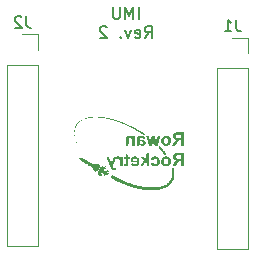
<source format=gbr>
%TF.GenerationSoftware,KiCad,Pcbnew,9.0.0*%
%TF.CreationDate,2025-04-04T04:48:51-04:00*%
%TF.ProjectId,IMU,494d552e-6b69-4636-9164-5f7063625858,rev?*%
%TF.SameCoordinates,Original*%
%TF.FileFunction,Legend,Bot*%
%TF.FilePolarity,Positive*%
%FSLAX46Y46*%
G04 Gerber Fmt 4.6, Leading zero omitted, Abs format (unit mm)*
G04 Created by KiCad (PCBNEW 9.0.0) date 2025-04-04 04:48:51*
%MOMM*%
%LPD*%
G01*
G04 APERTURE LIST*
%ADD10C,0.200000*%
%ADD11C,0.150000*%
%ADD12C,0.000000*%
%ADD13C,0.120000*%
G04 APERTURE END LIST*
D10*
X133820237Y-88406275D02*
X133820237Y-87406275D01*
X133344047Y-88406275D02*
X133344047Y-87406275D01*
X133344047Y-87406275D02*
X133010714Y-88120560D01*
X133010714Y-88120560D02*
X132677381Y-87406275D01*
X132677381Y-87406275D02*
X132677381Y-88406275D01*
X132201190Y-87406275D02*
X132201190Y-88215798D01*
X132201190Y-88215798D02*
X132153571Y-88311036D01*
X132153571Y-88311036D02*
X132105952Y-88358656D01*
X132105952Y-88358656D02*
X132010714Y-88406275D01*
X132010714Y-88406275D02*
X131820238Y-88406275D01*
X131820238Y-88406275D02*
X131725000Y-88358656D01*
X131725000Y-88358656D02*
X131677381Y-88311036D01*
X131677381Y-88311036D02*
X131629762Y-88215798D01*
X131629762Y-88215798D02*
X131629762Y-87406275D01*
X134320238Y-90016219D02*
X134653571Y-89540028D01*
X134891666Y-90016219D02*
X134891666Y-89016219D01*
X134891666Y-89016219D02*
X134510714Y-89016219D01*
X134510714Y-89016219D02*
X134415476Y-89063838D01*
X134415476Y-89063838D02*
X134367857Y-89111457D01*
X134367857Y-89111457D02*
X134320238Y-89206695D01*
X134320238Y-89206695D02*
X134320238Y-89349552D01*
X134320238Y-89349552D02*
X134367857Y-89444790D01*
X134367857Y-89444790D02*
X134415476Y-89492409D01*
X134415476Y-89492409D02*
X134510714Y-89540028D01*
X134510714Y-89540028D02*
X134891666Y-89540028D01*
X133510714Y-89968600D02*
X133605952Y-90016219D01*
X133605952Y-90016219D02*
X133796428Y-90016219D01*
X133796428Y-90016219D02*
X133891666Y-89968600D01*
X133891666Y-89968600D02*
X133939285Y-89873361D01*
X133939285Y-89873361D02*
X133939285Y-89492409D01*
X133939285Y-89492409D02*
X133891666Y-89397171D01*
X133891666Y-89397171D02*
X133796428Y-89349552D01*
X133796428Y-89349552D02*
X133605952Y-89349552D01*
X133605952Y-89349552D02*
X133510714Y-89397171D01*
X133510714Y-89397171D02*
X133463095Y-89492409D01*
X133463095Y-89492409D02*
X133463095Y-89587647D01*
X133463095Y-89587647D02*
X133939285Y-89682885D01*
X133129761Y-89349552D02*
X132891666Y-90016219D01*
X132891666Y-90016219D02*
X132653571Y-89349552D01*
X132272618Y-89920980D02*
X132224999Y-89968600D01*
X132224999Y-89968600D02*
X132272618Y-90016219D01*
X132272618Y-90016219D02*
X132320237Y-89968600D01*
X132320237Y-89968600D02*
X132272618Y-89920980D01*
X132272618Y-89920980D02*
X132272618Y-90016219D01*
X131082142Y-89111457D02*
X131034523Y-89063838D01*
X131034523Y-89063838D02*
X130939285Y-89016219D01*
X130939285Y-89016219D02*
X130701190Y-89016219D01*
X130701190Y-89016219D02*
X130605952Y-89063838D01*
X130605952Y-89063838D02*
X130558333Y-89111457D01*
X130558333Y-89111457D02*
X130510714Y-89206695D01*
X130510714Y-89206695D02*
X130510714Y-89301933D01*
X130510714Y-89301933D02*
X130558333Y-89444790D01*
X130558333Y-89444790D02*
X131129761Y-90016219D01*
X131129761Y-90016219D02*
X130510714Y-90016219D01*
D11*
X124295333Y-88162819D02*
X124295333Y-88877104D01*
X124295333Y-88877104D02*
X124342952Y-89019961D01*
X124342952Y-89019961D02*
X124438190Y-89115200D01*
X124438190Y-89115200D02*
X124581047Y-89162819D01*
X124581047Y-89162819D02*
X124676285Y-89162819D01*
X123866761Y-88258057D02*
X123819142Y-88210438D01*
X123819142Y-88210438D02*
X123723904Y-88162819D01*
X123723904Y-88162819D02*
X123485809Y-88162819D01*
X123485809Y-88162819D02*
X123390571Y-88210438D01*
X123390571Y-88210438D02*
X123342952Y-88258057D01*
X123342952Y-88258057D02*
X123295333Y-88353295D01*
X123295333Y-88353295D02*
X123295333Y-88448533D01*
X123295333Y-88448533D02*
X123342952Y-88591390D01*
X123342952Y-88591390D02*
X123914380Y-89162819D01*
X123914380Y-89162819D02*
X123295333Y-89162819D01*
X142075333Y-88452819D02*
X142075333Y-89167104D01*
X142075333Y-89167104D02*
X142122952Y-89309961D01*
X142122952Y-89309961D02*
X142218190Y-89405200D01*
X142218190Y-89405200D02*
X142361047Y-89452819D01*
X142361047Y-89452819D02*
X142456285Y-89452819D01*
X141075333Y-89452819D02*
X141646761Y-89452819D01*
X141361047Y-89452819D02*
X141361047Y-88452819D01*
X141361047Y-88452819D02*
X141456285Y-88595676D01*
X141456285Y-88595676D02*
X141551523Y-88690914D01*
X141551523Y-88690914D02*
X141646761Y-88738533D01*
D12*
%TO.C,G\u002A\u002A\u002A*%
G36*
X128518998Y-98799751D02*
G01*
X128524173Y-98808819D01*
X128532952Y-98826274D01*
X128544407Y-98850243D01*
X128557611Y-98878849D01*
X128563960Y-98892951D01*
X128575699Y-98919829D01*
X128584630Y-98941406D01*
X128589973Y-98955760D01*
X128590946Y-98960967D01*
X128590526Y-98960726D01*
X128585968Y-98953470D01*
X128578002Y-98937898D01*
X128567715Y-98916425D01*
X128556192Y-98891466D01*
X128544521Y-98865436D01*
X128533787Y-98840752D01*
X128525077Y-98819828D01*
X128519477Y-98805080D01*
X128518072Y-98798923D01*
X128518998Y-98799751D01*
G37*
G36*
X135662993Y-99252000D02*
G01*
X135691969Y-99282036D01*
X135727812Y-99319284D01*
X135757745Y-99350586D01*
X135783299Y-99377613D01*
X135806006Y-99402033D01*
X135827397Y-99425514D01*
X135849003Y-99449725D01*
X135872357Y-99476336D01*
X135898988Y-99507016D01*
X135930430Y-99543432D01*
X135935282Y-99549060D01*
X135960301Y-99578146D01*
X135981486Y-99602992D01*
X136000236Y-99625344D01*
X136017953Y-99646949D01*
X136036036Y-99669554D01*
X136055887Y-99694905D01*
X136078905Y-99724749D01*
X136106492Y-99760834D01*
X136140046Y-99804906D01*
X136227111Y-99919362D01*
X136124302Y-99919362D01*
X136021494Y-99919362D01*
X135952692Y-99827916D01*
X135944385Y-99816911D01*
X135884829Y-99740039D01*
X135821630Y-99662020D01*
X135753641Y-99581520D01*
X135679717Y-99497202D01*
X135598712Y-99407733D01*
X135509478Y-99311777D01*
X135500611Y-99302337D01*
X135478158Y-99278135D01*
X135462909Y-99260896D01*
X135453894Y-99249247D01*
X135450142Y-99241815D01*
X135450681Y-99237226D01*
X135454539Y-99234107D01*
X135458287Y-99231916D01*
X135482256Y-99211277D01*
X135502789Y-99182588D01*
X135517216Y-99149456D01*
X135528512Y-99112660D01*
X135662993Y-99252000D01*
G37*
G36*
X134682101Y-100316142D02*
G01*
X134682101Y-100877737D01*
X134572223Y-100877737D01*
X134462346Y-100877737D01*
X134462052Y-100744969D01*
X134461758Y-100612200D01*
X134414636Y-100561715D01*
X134367514Y-100511230D01*
X134266901Y-100694299D01*
X134166287Y-100877369D01*
X134048565Y-100877553D01*
X134042990Y-100877561D01*
X134003775Y-100877539D01*
X133975077Y-100877260D01*
X133955391Y-100876581D01*
X133943209Y-100875363D01*
X133937025Y-100873463D01*
X133935333Y-100870741D01*
X133936625Y-100867055D01*
X133940031Y-100860995D01*
X133949038Y-100845138D01*
X133962922Y-100820765D01*
X133981055Y-100788976D01*
X134002808Y-100750871D01*
X134027555Y-100707551D01*
X134054667Y-100660116D01*
X134083515Y-100609666D01*
X134109815Y-100563545D01*
X134136588Y-100516286D01*
X134160805Y-100473215D01*
X134181878Y-100435397D01*
X134199217Y-100403897D01*
X134212231Y-100379781D01*
X134220330Y-100364114D01*
X134222925Y-100357960D01*
X134221037Y-100355436D01*
X134211868Y-100344827D01*
X134195993Y-100327068D01*
X134174403Y-100303250D01*
X134148089Y-100274466D01*
X134118041Y-100241805D01*
X134085253Y-100206360D01*
X133949280Y-100059761D01*
X134083523Y-100059761D01*
X134217766Y-100059761D01*
X134338530Y-100198085D01*
X134459294Y-100336409D01*
X134460879Y-100045478D01*
X134462464Y-99754546D01*
X134572282Y-99754546D01*
X134682101Y-99754546D01*
X134682101Y-100316142D01*
G37*
G36*
X133021538Y-98290327D02*
G01*
X133076188Y-98298167D01*
X133125611Y-98315124D01*
X133172217Y-98342174D01*
X133218414Y-98380291D01*
X133259798Y-98419183D01*
X133259798Y-98363504D01*
X133259798Y-98307826D01*
X133360519Y-98307826D01*
X133461240Y-98307826D01*
X133461240Y-98716815D01*
X133461240Y-99125803D01*
X133351766Y-99125803D01*
X133242291Y-99125803D01*
X133240064Y-98858740D01*
X133239537Y-98799855D01*
X133238928Y-98744493D01*
X133238248Y-98699134D01*
X133237448Y-98662613D01*
X133236476Y-98633765D01*
X133235283Y-98611427D01*
X133233817Y-98594432D01*
X133232029Y-98581617D01*
X133229867Y-98571816D01*
X133227282Y-98563865D01*
X133215904Y-98539685D01*
X133189714Y-98505321D01*
X133155879Y-98479610D01*
X133115827Y-98463521D01*
X133070986Y-98458019D01*
X133048266Y-98458901D01*
X133023556Y-98463761D01*
X133002516Y-98474526D01*
X132980359Y-98493047D01*
X132980250Y-98493151D01*
X132971526Y-98501832D01*
X132964181Y-98510689D01*
X132958083Y-98520816D01*
X132953101Y-98533306D01*
X132949106Y-98549254D01*
X132945966Y-98569753D01*
X132943551Y-98595898D01*
X132941730Y-98628781D01*
X132940373Y-98669497D01*
X132939348Y-98719141D01*
X132938526Y-98778805D01*
X132937775Y-98849583D01*
X132935042Y-99125803D01*
X132828831Y-99125803D01*
X132722620Y-99125803D01*
X132722620Y-98824761D01*
X132722762Y-98747952D01*
X132723192Y-98678808D01*
X132723900Y-98619262D01*
X132724875Y-98569837D01*
X132726107Y-98531054D01*
X132727586Y-98503434D01*
X132729301Y-98487498D01*
X132738764Y-98450711D01*
X132760651Y-98403379D01*
X132791639Y-98363618D01*
X132831112Y-98331889D01*
X132878451Y-98308655D01*
X132933040Y-98294376D01*
X132994261Y-98289513D01*
X133021538Y-98290327D01*
G37*
G36*
X132714714Y-99772983D02*
G01*
X132722810Y-99777089D01*
X132739427Y-99786321D01*
X132762928Y-99799744D01*
X132791672Y-99816425D01*
X132824021Y-99835428D01*
X132929931Y-99897997D01*
X132930049Y-99978879D01*
X132930166Y-100059761D01*
X132979000Y-100059761D01*
X133027835Y-100059761D01*
X133027835Y-100142169D01*
X133027835Y-100224577D01*
X132979000Y-100224577D01*
X132930166Y-100224577D01*
X132930166Y-100467916D01*
X132930166Y-100468417D01*
X132930006Y-100526336D01*
X132929553Y-100580397D01*
X132928837Y-100629210D01*
X132927891Y-100671382D01*
X132926744Y-100705522D01*
X132925429Y-100730237D01*
X132923976Y-100744136D01*
X132919371Y-100764702D01*
X132903520Y-100806800D01*
X132880027Y-100840061D01*
X132847926Y-100865637D01*
X132806250Y-100884683D01*
X132779568Y-100891256D01*
X132739967Y-100895454D01*
X132695853Y-100895591D01*
X132651044Y-100891687D01*
X132609362Y-100883758D01*
X132603053Y-100882109D01*
X132580798Y-100875695D01*
X132563930Y-100869918D01*
X132555695Y-100865862D01*
X132554251Y-100860240D01*
X132553845Y-100844932D01*
X132554698Y-100822892D01*
X132556551Y-100796826D01*
X132559141Y-100769435D01*
X132562207Y-100743425D01*
X132565488Y-100721498D01*
X132568723Y-100706360D01*
X132571650Y-100700713D01*
X132578301Y-100701758D01*
X132593846Y-100705199D01*
X132614051Y-100710208D01*
X132631549Y-100714109D01*
X132660180Y-100716179D01*
X132681785Y-100710362D01*
X132698128Y-100696369D01*
X132698668Y-100695675D01*
X132701739Y-100691138D01*
X132704223Y-100685500D01*
X132706181Y-100677527D01*
X132707677Y-100665985D01*
X132708771Y-100649639D01*
X132709528Y-100627256D01*
X132710007Y-100597602D01*
X132710273Y-100559441D01*
X132710387Y-100511540D01*
X132710411Y-100452665D01*
X132710411Y-100224577D01*
X132637160Y-100224577D01*
X132563908Y-100224577D01*
X132563908Y-100142169D01*
X132563908Y-100059761D01*
X132637160Y-100059761D01*
X132710411Y-100059761D01*
X132710411Y-99916310D01*
X132710475Y-99890343D01*
X132710815Y-99852544D01*
X132711409Y-99820210D01*
X132712211Y-99795028D01*
X132713177Y-99778682D01*
X132714261Y-99772859D01*
X132714714Y-99772983D01*
G37*
G36*
X136538655Y-98767998D02*
G01*
X136534092Y-98815765D01*
X136525881Y-98857428D01*
X136513427Y-98895975D01*
X136496132Y-98934393D01*
X136489011Y-98947730D01*
X136452327Y-99000832D01*
X136406383Y-99046942D01*
X136352306Y-99085229D01*
X136291225Y-99114858D01*
X136224267Y-99134999D01*
X136223251Y-99135217D01*
X136188170Y-99140307D01*
X136146032Y-99142879D01*
X136101567Y-99142923D01*
X136059506Y-99140431D01*
X136024578Y-99135393D01*
X135980263Y-99123084D01*
X135919769Y-99096084D01*
X135864636Y-99059186D01*
X135815929Y-99013442D01*
X135774716Y-98959906D01*
X135742063Y-98899632D01*
X135719037Y-98833672D01*
X135711410Y-98792855D01*
X135707230Y-98744658D01*
X135706937Y-98720185D01*
X135929295Y-98720185D01*
X135934021Y-98776154D01*
X135946110Y-98829663D01*
X135961008Y-98863856D01*
X135985397Y-98898727D01*
X136015529Y-98927786D01*
X136048628Y-98947836D01*
X136079438Y-98958356D01*
X136125249Y-98964334D01*
X136169434Y-98959163D01*
X136210549Y-98943463D01*
X136247153Y-98917853D01*
X136277801Y-98882954D01*
X136301052Y-98839385D01*
X136304114Y-98831392D01*
X136308721Y-98816540D01*
X136311777Y-98800381D01*
X136313586Y-98780189D01*
X136314449Y-98753242D01*
X136314669Y-98716815D01*
X136314020Y-98676919D01*
X136311113Y-98637769D01*
X136305227Y-98606154D01*
X136295661Y-98579583D01*
X136281717Y-98555564D01*
X136262694Y-98531604D01*
X136233221Y-98504548D01*
X136194490Y-98482782D01*
X136152603Y-98471266D01*
X136109459Y-98470025D01*
X136066961Y-98479081D01*
X136027008Y-98498459D01*
X135991501Y-98528183D01*
X135978495Y-98543542D01*
X135962560Y-98566108D01*
X135951566Y-98586108D01*
X135941629Y-98614510D01*
X135931857Y-98665167D01*
X135929295Y-98720185D01*
X135706937Y-98720185D01*
X135706624Y-98694003D01*
X135709647Y-98645531D01*
X135716352Y-98603885D01*
X135722696Y-98580216D01*
X135747149Y-98518480D01*
X135781240Y-98461124D01*
X135823581Y-98409929D01*
X135872782Y-98366676D01*
X135927454Y-98333148D01*
X135963655Y-98317057D01*
X136013483Y-98301303D01*
X136066368Y-98292450D01*
X136126318Y-98289619D01*
X136161685Y-98290723D01*
X136233507Y-98300915D01*
X136299193Y-98321579D01*
X136358399Y-98352468D01*
X136410781Y-98393338D01*
X136455993Y-98443941D01*
X136493691Y-98504031D01*
X136523531Y-98573363D01*
X136524152Y-98575145D01*
X136530664Y-98594819D01*
X136535172Y-98611924D01*
X136538025Y-98629417D01*
X136539573Y-98650251D01*
X136540168Y-98677381D01*
X136540157Y-98713762D01*
X136540072Y-98716815D01*
X136538655Y-98767998D01*
G37*
G36*
X136538655Y-100519933D02*
G01*
X136534092Y-100567700D01*
X136525881Y-100609362D01*
X136513427Y-100647909D01*
X136496132Y-100686328D01*
X136489011Y-100699664D01*
X136452327Y-100752766D01*
X136406383Y-100798877D01*
X136352306Y-100837163D01*
X136291225Y-100866793D01*
X136224267Y-100886934D01*
X136223251Y-100887152D01*
X136188170Y-100892241D01*
X136146032Y-100894813D01*
X136101567Y-100894858D01*
X136059506Y-100892366D01*
X136024578Y-100887328D01*
X135980263Y-100875019D01*
X135919769Y-100848019D01*
X135864636Y-100811120D01*
X135815929Y-100765377D01*
X135774716Y-100711841D01*
X135742063Y-100651567D01*
X135719037Y-100585607D01*
X135711410Y-100544790D01*
X135707230Y-100496593D01*
X135706937Y-100472119D01*
X135929295Y-100472119D01*
X135934021Y-100528088D01*
X135946110Y-100581597D01*
X135961008Y-100615790D01*
X135985397Y-100650661D01*
X136015529Y-100679721D01*
X136048628Y-100699771D01*
X136079438Y-100710290D01*
X136125249Y-100716269D01*
X136169434Y-100711098D01*
X136210549Y-100695398D01*
X136247153Y-100669788D01*
X136277801Y-100634888D01*
X136301052Y-100591320D01*
X136304114Y-100583326D01*
X136308721Y-100568475D01*
X136311777Y-100552315D01*
X136313586Y-100532124D01*
X136314449Y-100505176D01*
X136314669Y-100468749D01*
X136314020Y-100428853D01*
X136311113Y-100389704D01*
X136305227Y-100358089D01*
X136295661Y-100331518D01*
X136281717Y-100307498D01*
X136262694Y-100283539D01*
X136233221Y-100256483D01*
X136194490Y-100234717D01*
X136152603Y-100223201D01*
X136109459Y-100221959D01*
X136066961Y-100231015D01*
X136027008Y-100250394D01*
X135991501Y-100280118D01*
X135978495Y-100295476D01*
X135962560Y-100318043D01*
X135951566Y-100338043D01*
X135941629Y-100366445D01*
X135931857Y-100417101D01*
X135929295Y-100472119D01*
X135706937Y-100472119D01*
X135706624Y-100445938D01*
X135709647Y-100397466D01*
X135716352Y-100355820D01*
X135722696Y-100332150D01*
X135747149Y-100270415D01*
X135781240Y-100213059D01*
X135823581Y-100161863D01*
X135872782Y-100118611D01*
X135927454Y-100085083D01*
X135963655Y-100068991D01*
X136013483Y-100053238D01*
X136066368Y-100044385D01*
X136126318Y-100041554D01*
X136161685Y-100042658D01*
X136233507Y-100052849D01*
X136299193Y-100073513D01*
X136358399Y-100104403D01*
X136410781Y-100145272D01*
X136455993Y-100195875D01*
X136493691Y-100255966D01*
X136523531Y-100325298D01*
X136524152Y-100327080D01*
X136530664Y-100346753D01*
X136535172Y-100363859D01*
X136538025Y-100381351D01*
X136539573Y-100402185D01*
X136540168Y-100429315D01*
X136540157Y-100465697D01*
X136540072Y-100468749D01*
X136538655Y-100519933D01*
G37*
G36*
X137624374Y-98563780D02*
G01*
X137624374Y-99125803D01*
X137508392Y-99125803D01*
X137392411Y-99125803D01*
X137392411Y-98889869D01*
X137392411Y-98653936D01*
X137324511Y-98658060D01*
X137309905Y-98659057D01*
X137269818Y-98663622D01*
X137238075Y-98671161D01*
X137211792Y-98682847D01*
X137188086Y-98699855D01*
X137164073Y-98723357D01*
X137155405Y-98733675D01*
X137139537Y-98754391D01*
X137118831Y-98782665D01*
X137094319Y-98817046D01*
X137067033Y-98856085D01*
X137038006Y-98898331D01*
X137008270Y-98942333D01*
X136885339Y-99125803D01*
X136748500Y-99125803D01*
X136611660Y-99125803D01*
X136694630Y-98993034D01*
X136700915Y-98982985D01*
X136740575Y-98920081D01*
X136775026Y-98866569D01*
X136805064Y-98821427D01*
X136831484Y-98783635D01*
X136855083Y-98752169D01*
X136876654Y-98726009D01*
X136896994Y-98704133D01*
X136916898Y-98685518D01*
X136937162Y-98669143D01*
X136958581Y-98653986D01*
X136973986Y-98642832D01*
X136983405Y-98633625D01*
X136982998Y-98629236D01*
X136974292Y-98626829D01*
X136956980Y-98622218D01*
X136935614Y-98616631D01*
X136906808Y-98607984D01*
X136850234Y-98582735D01*
X136802323Y-98549028D01*
X136763435Y-98507297D01*
X136733931Y-98457976D01*
X136714171Y-98401498D01*
X136705614Y-98345488D01*
X136941331Y-98345488D01*
X136946713Y-98381078D01*
X136956597Y-98404705D01*
X136978045Y-98432218D01*
X137006577Y-98453673D01*
X137039345Y-98466443D01*
X137050786Y-98468162D01*
X137074238Y-98470305D01*
X137106160Y-98472386D01*
X137144495Y-98474290D01*
X137187185Y-98475904D01*
X137232173Y-98477113D01*
X137392411Y-98480531D01*
X137392411Y-98336188D01*
X137392411Y-98191845D01*
X137253538Y-98192113D01*
X137234002Y-98192175D01*
X137173684Y-98192821D01*
X137123910Y-98194336D01*
X137083397Y-98196981D01*
X137050861Y-98201016D01*
X137025020Y-98206702D01*
X137004590Y-98214301D01*
X136988289Y-98224072D01*
X136974833Y-98236277D01*
X136962939Y-98251177D01*
X136950921Y-98275065D01*
X136942908Y-98308756D01*
X136941331Y-98345488D01*
X136705614Y-98345488D01*
X136704515Y-98338298D01*
X136703779Y-98319612D01*
X136708220Y-98261133D01*
X136722328Y-98205428D01*
X136745251Y-98154132D01*
X136776138Y-98108879D01*
X136814137Y-98071302D01*
X136858397Y-98043036D01*
X136872310Y-98036367D01*
X136887157Y-98029864D01*
X136902105Y-98024380D01*
X136918256Y-98019817D01*
X136936710Y-98016080D01*
X136958567Y-98013070D01*
X136984929Y-98010691D01*
X137016895Y-98008847D01*
X137055567Y-98007440D01*
X137102045Y-98006373D01*
X137157429Y-98005551D01*
X137222821Y-98004876D01*
X137299320Y-98004250D01*
X137624374Y-98001757D01*
X137624374Y-98336188D01*
X137624374Y-98563780D01*
G37*
G36*
X137624374Y-100315714D02*
G01*
X137624374Y-100877737D01*
X137508392Y-100877737D01*
X137392411Y-100877737D01*
X137392411Y-100641804D01*
X137392411Y-100405871D01*
X137324511Y-100409995D01*
X137309905Y-100410992D01*
X137269818Y-100415557D01*
X137238075Y-100423096D01*
X137211792Y-100434782D01*
X137188086Y-100451790D01*
X137164073Y-100475292D01*
X137155405Y-100485610D01*
X137139537Y-100506325D01*
X137118831Y-100534599D01*
X137094319Y-100568981D01*
X137067033Y-100608020D01*
X137038006Y-100650266D01*
X137008270Y-100694268D01*
X136885339Y-100877737D01*
X136748500Y-100877737D01*
X136611660Y-100877737D01*
X136694630Y-100744969D01*
X136700915Y-100734920D01*
X136740575Y-100672015D01*
X136775026Y-100618503D01*
X136805064Y-100573362D01*
X136831484Y-100535570D01*
X136855083Y-100504104D01*
X136876654Y-100477944D01*
X136896994Y-100456067D01*
X136916898Y-100437452D01*
X136937162Y-100421078D01*
X136958581Y-100405921D01*
X136973986Y-100394767D01*
X136983405Y-100385560D01*
X136982998Y-100381170D01*
X136974292Y-100378763D01*
X136956980Y-100374153D01*
X136935614Y-100368566D01*
X136906808Y-100359918D01*
X136850234Y-100334670D01*
X136802323Y-100300963D01*
X136763435Y-100259232D01*
X136733931Y-100209911D01*
X136714171Y-100153433D01*
X136705614Y-100097423D01*
X136941331Y-100097423D01*
X136946713Y-100133013D01*
X136956597Y-100156640D01*
X136978045Y-100184153D01*
X137006577Y-100205607D01*
X137039345Y-100218378D01*
X137050786Y-100220096D01*
X137074238Y-100222240D01*
X137106160Y-100224321D01*
X137144495Y-100226225D01*
X137187185Y-100227839D01*
X137232173Y-100229048D01*
X137392411Y-100232465D01*
X137392411Y-100088122D01*
X137392411Y-99943779D01*
X137253538Y-99944047D01*
X137234002Y-99944109D01*
X137173684Y-99944755D01*
X137123910Y-99946270D01*
X137083397Y-99948915D01*
X137050861Y-99952950D01*
X137025020Y-99958637D01*
X137004590Y-99966235D01*
X136988289Y-99976007D01*
X136974833Y-99988212D01*
X136962939Y-100003111D01*
X136950921Y-100027000D01*
X136942908Y-100060690D01*
X136941331Y-100097423D01*
X136705614Y-100097423D01*
X136704515Y-100090233D01*
X136703779Y-100071547D01*
X136708220Y-100013068D01*
X136722328Y-99957363D01*
X136745251Y-99906067D01*
X136776138Y-99860813D01*
X136814137Y-99823237D01*
X136858397Y-99794971D01*
X136872310Y-99788301D01*
X136887157Y-99781799D01*
X136902105Y-99776315D01*
X136918256Y-99771752D01*
X136936710Y-99768014D01*
X136958567Y-99765004D01*
X136984929Y-99762626D01*
X137016895Y-99760781D01*
X137055567Y-99759374D01*
X137102045Y-99758308D01*
X137157429Y-99757486D01*
X137222821Y-99756810D01*
X137299320Y-99756185D01*
X137624374Y-99753691D01*
X137624374Y-100088122D01*
X137624374Y-100315714D01*
G37*
G36*
X133867904Y-100422230D02*
G01*
X133868275Y-100499271D01*
X133867804Y-100509832D01*
X133864438Y-100557337D01*
X133858832Y-100597053D01*
X133850138Y-100632623D01*
X133837505Y-100667689D01*
X133820083Y-100705893D01*
X133797986Y-100744753D01*
X133759055Y-100793329D01*
X133711967Y-100832848D01*
X133656848Y-100863212D01*
X133593825Y-100884321D01*
X133588699Y-100885512D01*
X133550073Y-100891557D01*
X133504775Y-100894790D01*
X133457322Y-100895156D01*
X133412234Y-100892598D01*
X133374029Y-100887060D01*
X133327745Y-100873564D01*
X133272148Y-100846588D01*
X133222438Y-100809859D01*
X133180080Y-100764503D01*
X133146534Y-100711648D01*
X133146367Y-100711319D01*
X133134113Y-100685228D01*
X133128097Y-100667567D01*
X133128608Y-100659186D01*
X133132766Y-100657324D01*
X133147420Y-100653423D01*
X133169911Y-100648615D01*
X133197763Y-100643313D01*
X133228501Y-100637927D01*
X133259648Y-100632871D01*
X133288727Y-100628557D01*
X133313263Y-100625397D01*
X133330779Y-100623804D01*
X133338799Y-100624189D01*
X133340724Y-100625726D01*
X133345259Y-100635783D01*
X133346683Y-100640986D01*
X133353217Y-100654631D01*
X133363256Y-100671763D01*
X133378324Y-100691645D01*
X133404071Y-100712115D01*
X133436203Y-100723756D01*
X133476501Y-100727441D01*
X133508552Y-100724726D01*
X133549421Y-100711847D01*
X133584071Y-100689020D01*
X133611758Y-100656954D01*
X133631741Y-100616359D01*
X133643277Y-100567944D01*
X133648453Y-100529792D01*
X133380064Y-100529792D01*
X133111675Y-100529792D01*
X133114927Y-100451962D01*
X133120060Y-100395498D01*
X133325373Y-100395498D01*
X133484871Y-100395498D01*
X133644369Y-100395498D01*
X133644369Y-100378515D01*
X133643898Y-100371049D01*
X133640934Y-100351484D01*
X133636145Y-100329828D01*
X133634651Y-100324395D01*
X133617316Y-100283924D01*
X133592130Y-100251458D01*
X133560707Y-100227674D01*
X133524664Y-100213249D01*
X133485616Y-100208861D01*
X133445178Y-100215188D01*
X133404967Y-100232906D01*
X133395663Y-100238722D01*
X133379054Y-100251869D01*
X133366097Y-100268132D01*
X133353053Y-100291749D01*
X133343328Y-100314048D01*
X133334288Y-100340890D01*
X133329312Y-100363450D01*
X133325373Y-100395498D01*
X133120060Y-100395498D01*
X133121932Y-100374913D01*
X133136582Y-100305625D01*
X133159103Y-100244624D01*
X133189771Y-100191162D01*
X133228864Y-100144490D01*
X133255778Y-100119942D01*
X133306628Y-100085229D01*
X133362874Y-100060819D01*
X133425330Y-100046396D01*
X133494814Y-100041644D01*
X133512824Y-100041993D01*
X133580102Y-100050109D01*
X133641831Y-100068790D01*
X133697503Y-100097786D01*
X133746609Y-100136848D01*
X133788638Y-100185727D01*
X133818656Y-100234082D01*
X133843486Y-100291178D01*
X133859772Y-100353380D01*
X133862741Y-100378515D01*
X133867904Y-100422230D01*
G37*
G36*
X135259837Y-100045749D02*
G01*
X135327416Y-100060285D01*
X135388448Y-100084696D01*
X135442408Y-100118573D01*
X135488771Y-100161507D01*
X135527013Y-100213089D01*
X135556610Y-100272909D01*
X135577036Y-100340559D01*
X135582623Y-100376170D01*
X135586063Y-100420285D01*
X135587249Y-100468425D01*
X135586178Y-100516584D01*
X135582845Y-100560757D01*
X135577249Y-100596940D01*
X135560002Y-100655026D01*
X135531635Y-100714425D01*
X135494612Y-100767200D01*
X135449953Y-100812341D01*
X135398673Y-100848839D01*
X135341790Y-100875682D01*
X135280322Y-100891859D01*
X135271791Y-100892717D01*
X135252355Y-100893777D01*
X135226463Y-100894655D01*
X135197365Y-100895219D01*
X135183189Y-100895239D01*
X135117528Y-100890545D01*
X135057866Y-100877437D01*
X135001314Y-100855328D01*
X134979313Y-100842544D01*
X134947235Y-100817672D01*
X134915770Y-100787168D01*
X134888124Y-100754227D01*
X134867506Y-100722044D01*
X134855624Y-100697213D01*
X134844604Y-100670538D01*
X134835322Y-100644646D01*
X134828629Y-100622111D01*
X134825372Y-100605506D01*
X134826400Y-100597404D01*
X134832113Y-100595443D01*
X134847676Y-100591839D01*
X134870547Y-100587199D01*
X134898316Y-100581947D01*
X134928573Y-100576504D01*
X134958904Y-100571294D01*
X134986900Y-100566738D01*
X135010148Y-100563261D01*
X135026238Y-100561284D01*
X135032758Y-100561230D01*
X135034473Y-100565306D01*
X135038770Y-100578387D01*
X135044314Y-100596940D01*
X135044419Y-100597303D01*
X135061315Y-100641185D01*
X135083902Y-100674459D01*
X135112797Y-100697623D01*
X135148616Y-100711171D01*
X135191978Y-100715602D01*
X135206828Y-100715391D01*
X135228698Y-100713225D01*
X135247257Y-100707557D01*
X135268282Y-100696977D01*
X135274541Y-100693266D01*
X135306547Y-100666836D01*
X135331905Y-100633093D01*
X135347836Y-100595578D01*
X135353932Y-100569969D01*
X135362607Y-100512948D01*
X135365544Y-100454793D01*
X135362819Y-100398519D01*
X135354504Y-100347142D01*
X135340673Y-100303678D01*
X135324981Y-100275519D01*
X135299098Y-100247090D01*
X135268016Y-100226387D01*
X135233548Y-100213432D01*
X135197504Y-100208252D01*
X135161695Y-100210871D01*
X135127932Y-100221313D01*
X135098025Y-100239602D01*
X135073787Y-100265764D01*
X135057027Y-100299824D01*
X135052786Y-100312511D01*
X135047607Y-100327053D01*
X135044804Y-100333625D01*
X135039772Y-100333741D01*
X135024829Y-100332027D01*
X135002404Y-100328734D01*
X134974907Y-100324289D01*
X134944748Y-100319117D01*
X134914339Y-100313643D01*
X134886091Y-100308291D01*
X134862413Y-100303488D01*
X134845717Y-100299657D01*
X134838412Y-100297225D01*
X134836845Y-100289462D01*
X134840494Y-100273312D01*
X134848713Y-100251463D01*
X134860475Y-100226310D01*
X134874752Y-100200253D01*
X134890516Y-100175689D01*
X134915821Y-100143809D01*
X134956941Y-100106043D01*
X135004500Y-100077267D01*
X135059273Y-100057138D01*
X135122036Y-100045313D01*
X135193564Y-100041448D01*
X135259837Y-100045749D01*
G37*
G36*
X134659670Y-98336822D02*
G01*
X134660077Y-98338205D01*
X134664221Y-98352439D01*
X134671237Y-98376670D01*
X134680700Y-98409426D01*
X134692185Y-98449235D01*
X134705268Y-98494624D01*
X134719523Y-98544122D01*
X134734527Y-98596255D01*
X134738696Y-98610726D01*
X134753138Y-98660495D01*
X134766512Y-98706050D01*
X134778439Y-98746135D01*
X134788540Y-98779497D01*
X134796437Y-98804880D01*
X134801750Y-98821030D01*
X134804102Y-98826692D01*
X134805202Y-98824132D01*
X134809088Y-98811193D01*
X134815372Y-98788402D01*
X134823741Y-98756964D01*
X134833878Y-98718080D01*
X134845468Y-98672954D01*
X134858195Y-98622788D01*
X134871745Y-98568785D01*
X134936105Y-98310878D01*
X135042455Y-98310878D01*
X135148804Y-98310878D01*
X135215869Y-98568785D01*
X135225457Y-98605527D01*
X135239010Y-98657009D01*
X135251484Y-98703855D01*
X135262550Y-98744867D01*
X135271882Y-98778845D01*
X135279153Y-98804594D01*
X135284037Y-98820914D01*
X135286207Y-98826608D01*
X135287526Y-98823653D01*
X135291938Y-98810260D01*
X135299029Y-98787142D01*
X135308450Y-98755484D01*
X135319853Y-98716473D01*
X135332888Y-98671293D01*
X135347208Y-98621132D01*
X135362463Y-98567175D01*
X135435447Y-98307826D01*
X135541425Y-98307826D01*
X135568287Y-98307859D01*
X135599327Y-98308105D01*
X135620853Y-98308739D01*
X135634482Y-98309929D01*
X135641827Y-98311842D01*
X135644504Y-98314646D01*
X135644129Y-98318509D01*
X135642515Y-98323738D01*
X135636937Y-98341682D01*
X135628461Y-98368849D01*
X135617452Y-98404080D01*
X135604272Y-98446215D01*
X135589286Y-98494096D01*
X135572857Y-98546561D01*
X135555349Y-98602451D01*
X135537126Y-98660607D01*
X135518550Y-98719869D01*
X135499986Y-98779077D01*
X135481796Y-98837072D01*
X135464346Y-98892693D01*
X135447998Y-98944781D01*
X135433115Y-98992176D01*
X135420063Y-99033719D01*
X135409203Y-99068250D01*
X135400900Y-99094609D01*
X135395517Y-99111636D01*
X135393418Y-99118172D01*
X135393368Y-99118296D01*
X135388663Y-99121229D01*
X135376688Y-99123360D01*
X135356210Y-99124775D01*
X135325998Y-99125560D01*
X135284819Y-99125803D01*
X135179055Y-99125803D01*
X135112345Y-98869562D01*
X135102828Y-98833235D01*
X135089305Y-98782437D01*
X135076829Y-98736528D01*
X135065729Y-98696666D01*
X135056334Y-98664006D01*
X135048973Y-98639706D01*
X135043973Y-98624923D01*
X135041664Y-98620812D01*
X135040807Y-98623208D01*
X135036973Y-98636149D01*
X135030559Y-98658976D01*
X135021910Y-98690422D01*
X135011371Y-98729219D01*
X134999288Y-98774102D01*
X134986005Y-98823802D01*
X134971868Y-98877052D01*
X134906043Y-99125803D01*
X134801196Y-99125803D01*
X134696349Y-99125803D01*
X134569372Y-98727497D01*
X134556681Y-98687682D01*
X134535830Y-98622232D01*
X134516213Y-98560616D01*
X134498139Y-98503808D01*
X134481919Y-98452782D01*
X134467861Y-98408514D01*
X134456275Y-98371978D01*
X134447472Y-98344148D01*
X134441760Y-98326000D01*
X134439449Y-98318509D01*
X134439034Y-98315692D01*
X134440743Y-98312601D01*
X134446605Y-98310442D01*
X134458232Y-98309051D01*
X134477233Y-98308260D01*
X134505221Y-98307907D01*
X134543805Y-98307826D01*
X134651106Y-98307826D01*
X134659670Y-98336822D01*
G37*
G36*
X128878229Y-100149410D02*
G01*
X128918618Y-100155374D01*
X128968474Y-100166841D01*
X128985035Y-100171224D01*
X129012159Y-100178919D01*
X129038739Y-100187292D01*
X129065625Y-100196769D01*
X129093667Y-100207776D01*
X129123714Y-100220741D01*
X129156618Y-100236088D01*
X129193227Y-100254243D01*
X129234393Y-100275634D01*
X129280965Y-100300686D01*
X129333793Y-100329825D01*
X129393727Y-100363477D01*
X129461618Y-100402069D01*
X129538315Y-100446026D01*
X129624668Y-100495775D01*
X129664301Y-100518624D01*
X129737668Y-100560760D01*
X129801220Y-100597013D01*
X129855409Y-100627629D01*
X129900684Y-100652856D01*
X129937497Y-100672942D01*
X129966299Y-100688133D01*
X129987539Y-100698678D01*
X130001670Y-100704823D01*
X130009141Y-100706817D01*
X130021122Y-100706193D01*
X130042859Y-100704289D01*
X130070555Y-100701413D01*
X130101004Y-100697875D01*
X130121264Y-100695404D01*
X130184072Y-100687867D01*
X130235735Y-100681898D01*
X130276992Y-100677423D01*
X130308579Y-100674371D01*
X130331236Y-100672667D01*
X130345699Y-100672240D01*
X130352707Y-100673016D01*
X130360091Y-100676823D01*
X130375921Y-100685951D01*
X130397410Y-100698835D01*
X130422104Y-100714023D01*
X130431858Y-100720117D01*
X130454746Y-100734861D01*
X130469478Y-100745606D01*
X130477825Y-100754004D01*
X130481555Y-100761708D01*
X130482439Y-100770370D01*
X130482447Y-100771499D01*
X130482892Y-100791278D01*
X130483869Y-100819313D01*
X130485222Y-100852195D01*
X130486796Y-100886514D01*
X130488434Y-100918860D01*
X130489982Y-100945825D01*
X130491284Y-100963997D01*
X130491778Y-100972502D01*
X130491171Y-100981746D01*
X130488647Y-100992131D01*
X130483496Y-101005223D01*
X130475010Y-101022586D01*
X130462480Y-101045787D01*
X130445196Y-101076391D01*
X130422450Y-101115964D01*
X130351098Y-101239663D01*
X130247325Y-101293618D01*
X130245622Y-101294503D01*
X130212934Y-101311268D01*
X130183731Y-101325849D01*
X130159841Y-101337364D01*
X130143089Y-101344931D01*
X130135302Y-101347671D01*
X130127412Y-101345148D01*
X130111059Y-101337838D01*
X130088805Y-101326889D01*
X130063087Y-101313458D01*
X129999121Y-101279147D01*
X129979459Y-101235628D01*
X129978422Y-101233325D01*
X129969265Y-101212680D01*
X129956576Y-101183706D01*
X129941444Y-101148913D01*
X129924963Y-101110810D01*
X129908223Y-101071905D01*
X129856650Y-100951700D01*
X129737616Y-100883000D01*
X129723712Y-100874975D01*
X129628821Y-100820205D01*
X129543779Y-100771102D01*
X129467947Y-100727283D01*
X129400688Y-100688366D01*
X129341364Y-100653968D01*
X129289336Y-100623707D01*
X129243968Y-100597200D01*
X129204621Y-100574065D01*
X129170657Y-100553919D01*
X129141439Y-100536379D01*
X129116329Y-100521063D01*
X129094689Y-100507589D01*
X129075881Y-100495574D01*
X129059267Y-100484636D01*
X129044210Y-100474391D01*
X129030071Y-100464457D01*
X129016212Y-100454453D01*
X129001997Y-100443994D01*
X128986787Y-100432700D01*
X128971256Y-100420651D01*
X128942158Y-100396051D01*
X128911504Y-100368058D01*
X128881124Y-100338531D01*
X128852851Y-100309326D01*
X128828516Y-100282301D01*
X128809949Y-100259314D01*
X128798983Y-100242221D01*
X128794108Y-100231390D01*
X128785943Y-100202390D01*
X128788123Y-100179713D01*
X128800707Y-100163140D01*
X128823756Y-100152454D01*
X128845949Y-100148812D01*
X128878229Y-100149410D01*
G37*
G36*
X134379527Y-98875786D02*
G01*
X134379775Y-98906048D01*
X134379529Y-98930158D01*
X134378354Y-98953684D01*
X134375645Y-98971406D01*
X134370785Y-98986950D01*
X134363159Y-99003944D01*
X134337583Y-99046030D01*
X134301025Y-99085020D01*
X134256900Y-99114662D01*
X134205965Y-99134330D01*
X134179748Y-99139390D01*
X134140863Y-99142816D01*
X134099040Y-99143195D01*
X134059170Y-99140517D01*
X134026142Y-99134769D01*
X134015512Y-99131732D01*
X133972792Y-99115059D01*
X133930882Y-99092535D01*
X133895480Y-99067110D01*
X133886268Y-99059557D01*
X133873229Y-99050130D01*
X133865750Y-99046447D01*
X133861479Y-99051398D01*
X133855187Y-99065143D01*
X133848407Y-99084599D01*
X133836655Y-99122751D01*
X133728460Y-99124417D01*
X133620266Y-99126083D01*
X133632169Y-99098315D01*
X133635959Y-99089404D01*
X133642697Y-99072756D01*
X133648288Y-99056894D01*
X133652863Y-99040520D01*
X133656551Y-99022333D01*
X133659483Y-99001034D01*
X133661788Y-98975324D01*
X133663596Y-98943904D01*
X133665036Y-98905473D01*
X133666239Y-98858733D01*
X133667335Y-98802384D01*
X133667781Y-98775545D01*
X133882129Y-98775545D01*
X133882499Y-98799532D01*
X133883515Y-98825102D01*
X133885085Y-98849374D01*
X133887118Y-98869465D01*
X133889521Y-98882495D01*
X133893403Y-98893064D01*
X133911540Y-98922702D01*
X133937901Y-98949244D01*
X133969581Y-98969531D01*
X133977825Y-98973243D01*
X134014064Y-98984484D01*
X134050744Y-98988854D01*
X134083129Y-98985681D01*
X134111867Y-98974008D01*
X134136043Y-98954415D01*
X134152908Y-98929613D01*
X134162095Y-98901743D01*
X134163234Y-98872946D01*
X134155957Y-98845365D01*
X134139895Y-98821142D01*
X134114679Y-98802417D01*
X134109960Y-98800446D01*
X134093550Y-98794972D01*
X134069285Y-98787700D01*
X134039610Y-98779283D01*
X134006974Y-98770373D01*
X133973824Y-98761620D01*
X133942606Y-98753678D01*
X133915767Y-98747198D01*
X133895755Y-98742832D01*
X133885016Y-98741232D01*
X133883695Y-98743845D01*
X133882497Y-98756022D01*
X133882129Y-98775545D01*
X133667781Y-98775545D01*
X133668452Y-98735127D01*
X133668539Y-98729724D01*
X133669613Y-98665712D01*
X133670628Y-98612611D01*
X133671648Y-98569216D01*
X133672736Y-98534322D01*
X133673957Y-98506725D01*
X133675373Y-98485219D01*
X133677049Y-98468600D01*
X133679048Y-98455663D01*
X133681434Y-98445203D01*
X133684271Y-98436017D01*
X133698036Y-98406906D01*
X133725365Y-98372364D01*
X133762087Y-98342457D01*
X133806779Y-98318291D01*
X133858020Y-98300971D01*
X133870642Y-98298477D01*
X133900118Y-98295118D01*
X133936828Y-98292963D01*
X133978002Y-98291984D01*
X134020868Y-98292155D01*
X134062654Y-98293450D01*
X134100589Y-98295841D01*
X134131901Y-98299303D01*
X134153818Y-98303808D01*
X134204189Y-98322763D01*
X134245379Y-98346241D01*
X134279928Y-98375704D01*
X134286972Y-98383452D01*
X134305323Y-98407713D01*
X134323037Y-98436041D01*
X134338295Y-98465096D01*
X134349278Y-98491537D01*
X134354165Y-98512022D01*
X134355520Y-98530037D01*
X134273112Y-98543606D01*
X134247747Y-98547792D01*
X134216279Y-98552823D01*
X134193889Y-98555754D01*
X134178745Y-98556431D01*
X134169016Y-98554697D01*
X134162867Y-98550396D01*
X134158466Y-98543373D01*
X134153982Y-98533471D01*
X134136743Y-98504936D01*
X134108958Y-98479536D01*
X134073485Y-98463358D01*
X134030646Y-98456540D01*
X133980765Y-98459223D01*
X133947246Y-98466423D01*
X133917136Y-98480397D01*
X133896924Y-98500870D01*
X133886018Y-98528482D01*
X133883829Y-98563869D01*
X133885489Y-98597105D01*
X133922115Y-98608004D01*
X133926168Y-98609172D01*
X133948314Y-98614959D01*
X133978146Y-98622147D01*
X134012260Y-98629934D01*
X134047253Y-98637516D01*
X134090777Y-98646867D01*
X134139120Y-98657965D01*
X134178208Y-98667982D01*
X134209644Y-98677368D01*
X134235031Y-98686572D01*
X134255972Y-98696044D01*
X134262036Y-98699235D01*
X134303066Y-98727592D01*
X134337398Y-98763382D01*
X134362360Y-98803897D01*
X134369550Y-98820306D01*
X134375060Y-98836704D01*
X134378171Y-98853934D01*
X134379351Y-98872946D01*
X134379527Y-98875786D01*
G37*
G36*
X132097514Y-100046862D02*
G01*
X132131118Y-100061306D01*
X132165707Y-100088042D01*
X132199629Y-100126774D01*
X132228171Y-100164744D01*
X132228171Y-100112252D01*
X132228171Y-100059761D01*
X132328892Y-100059761D01*
X132429613Y-100059761D01*
X132429613Y-100468749D01*
X132429613Y-100877737D01*
X132322788Y-100877737D01*
X132215963Y-100877737D01*
X132215941Y-100723604D01*
X132215547Y-100644998D01*
X132214108Y-100567874D01*
X132211468Y-100501349D01*
X132207473Y-100444593D01*
X132201969Y-100396774D01*
X132194802Y-100357061D01*
X132185820Y-100324623D01*
X132174868Y-100298627D01*
X132161793Y-100278243D01*
X132146442Y-100262638D01*
X132128661Y-100250983D01*
X132104267Y-100242823D01*
X132071125Y-100240444D01*
X132036190Y-100245197D01*
X132003631Y-100256884D01*
X131971376Y-100273116D01*
X131965043Y-100256477D01*
X131962777Y-100250377D01*
X131956314Y-100232497D01*
X131947765Y-100208502D01*
X131938365Y-100181847D01*
X131933089Y-100166871D01*
X131923816Y-100140851D01*
X131915979Y-100119217D01*
X131910865Y-100105543D01*
X131909994Y-100103597D01*
X131908237Y-100101592D01*
X131905922Y-100102027D01*
X131902740Y-100105652D01*
X131898381Y-100113216D01*
X131892533Y-100125470D01*
X131884888Y-100143161D01*
X131875134Y-100167041D01*
X131862963Y-100197857D01*
X131848062Y-100236361D01*
X131830124Y-100283300D01*
X131808836Y-100339426D01*
X131783890Y-100405486D01*
X131754974Y-100482231D01*
X131730649Y-100546753D01*
X131704654Y-100615647D01*
X131682450Y-100674696D01*
X131663812Y-100724790D01*
X131648516Y-100766819D01*
X131636338Y-100801671D01*
X131627052Y-100830237D01*
X131620435Y-100853405D01*
X131616263Y-100872066D01*
X131614310Y-100887107D01*
X131614353Y-100899419D01*
X131616167Y-100909892D01*
X131619527Y-100919414D01*
X131624209Y-100928874D01*
X131629990Y-100939163D01*
X131636643Y-100951170D01*
X131639909Y-100957127D01*
X131663600Y-100991093D01*
X131691260Y-101014858D01*
X131724272Y-101029052D01*
X131764014Y-101034306D01*
X131811868Y-101031252D01*
X131817026Y-101030575D01*
X131838474Y-101028055D01*
X131853959Y-101026709D01*
X131860420Y-101026817D01*
X131860589Y-101031958D01*
X131859495Y-101046821D01*
X131857343Y-101068671D01*
X131854459Y-101094789D01*
X131851167Y-101122459D01*
X131847792Y-101148960D01*
X131844658Y-101171576D01*
X131842091Y-101187587D01*
X131840415Y-101194277D01*
X131839592Y-101194823D01*
X131830165Y-101197975D01*
X131814672Y-101201513D01*
X131804542Y-101202895D01*
X131782422Y-101204642D01*
X131754446Y-101205970D01*
X131724323Y-101206668D01*
X131698946Y-101206451D01*
X131637747Y-101200909D01*
X131585206Y-101187679D01*
X131540286Y-101166173D01*
X131501948Y-101135804D01*
X131469154Y-101095983D01*
X131440867Y-101046122D01*
X131440490Y-101045314D01*
X131435331Y-101032849D01*
X131426459Y-101010131D01*
X131414271Y-100978243D01*
X131399167Y-100938266D01*
X131381544Y-100891284D01*
X131361801Y-100838379D01*
X131340336Y-100780635D01*
X131317547Y-100719134D01*
X131293833Y-100654959D01*
X131269591Y-100589193D01*
X131245220Y-100522919D01*
X131221119Y-100457220D01*
X131197684Y-100393177D01*
X131175316Y-100331875D01*
X131154411Y-100274396D01*
X131135369Y-100221823D01*
X131118587Y-100175238D01*
X131104463Y-100135725D01*
X131093397Y-100104367D01*
X131085785Y-100082245D01*
X131082028Y-100070443D01*
X131081696Y-100067139D01*
X131083916Y-100064241D01*
X131090446Y-100062218D01*
X131102865Y-100060915D01*
X131122753Y-100060178D01*
X131151689Y-100059852D01*
X131191254Y-100059784D01*
X131303370Y-100059806D01*
X131394077Y-100339055D01*
X131394850Y-100341435D01*
X131413025Y-100397213D01*
X131430129Y-100449391D01*
X131445779Y-100496823D01*
X131459592Y-100538365D01*
X131471186Y-100572869D01*
X131480178Y-100599192D01*
X131486185Y-100616187D01*
X131488825Y-100622709D01*
X131488977Y-100622721D01*
X131492141Y-100616456D01*
X131498679Y-100599832D01*
X131508206Y-100573937D01*
X131520340Y-100539857D01*
X131534697Y-100498680D01*
X131550895Y-100451492D01*
X131568549Y-100399383D01*
X131587277Y-100343437D01*
X131681689Y-100059761D01*
X131796218Y-100059761D01*
X131803255Y-100059764D01*
X131842354Y-100059943D01*
X131870978Y-100060484D01*
X131890629Y-100061502D01*
X131902807Y-100063114D01*
X131909012Y-100065435D01*
X131910748Y-100068580D01*
X131910954Y-100070250D01*
X131915101Y-100072594D01*
X131926049Y-100069771D01*
X131945726Y-100061385D01*
X131951513Y-100058897D01*
X131986335Y-100048541D01*
X132025630Y-100042762D01*
X132064367Y-100042042D01*
X132097514Y-100046862D01*
G37*
G36*
X136607468Y-100997528D02*
G01*
X136632849Y-100997973D01*
X136661382Y-100998632D01*
X136690531Y-100999437D01*
X136717760Y-101000322D01*
X136740532Y-101001220D01*
X136756312Y-101002064D01*
X136762563Y-101002788D01*
X136762802Y-101003170D01*
X136765653Y-101011450D01*
X136770441Y-101027957D01*
X136776271Y-101049634D01*
X136795802Y-101134433D01*
X136814514Y-101245694D01*
X136826332Y-101358709D01*
X136831067Y-101470662D01*
X136828531Y-101578735D01*
X136818534Y-101680110D01*
X136818374Y-101681236D01*
X136795908Y-101798921D01*
X136762711Y-101914920D01*
X136719592Y-102026810D01*
X136667360Y-102132171D01*
X136650912Y-102161052D01*
X136626098Y-102201747D01*
X136601005Y-102238642D01*
X136573812Y-102274059D01*
X136542697Y-102310320D01*
X136505839Y-102349745D01*
X136461416Y-102394656D01*
X136457269Y-102398757D01*
X136379673Y-102470116D01*
X136299110Y-102533747D01*
X136213295Y-102591186D01*
X136119944Y-102643968D01*
X136016772Y-102693630D01*
X135943883Y-102724825D01*
X135864382Y-102755453D01*
X135784406Y-102782413D01*
X135702285Y-102806106D01*
X135616346Y-102826934D01*
X135524916Y-102845299D01*
X135426325Y-102861603D01*
X135318899Y-102876246D01*
X135200966Y-102889632D01*
X135190076Y-102890522D01*
X135165637Y-102891935D01*
X135132756Y-102893433D01*
X135093651Y-102894926D01*
X135050536Y-102896325D01*
X135005629Y-102897539D01*
X134986836Y-102897948D01*
X134929536Y-102898705D01*
X134869543Y-102898859D01*
X134808987Y-102898450D01*
X134749994Y-102897519D01*
X134694693Y-102896105D01*
X134645212Y-102894249D01*
X134603680Y-102891991D01*
X134572223Y-102889371D01*
X134555797Y-102887735D01*
X134528706Y-102885283D01*
X134496790Y-102882569D01*
X134464001Y-102879937D01*
X134412293Y-102875399D01*
X134312075Y-102864130D01*
X134200846Y-102848750D01*
X134078900Y-102829300D01*
X133946532Y-102805823D01*
X133909490Y-102798736D01*
X133841025Y-102784747D01*
X133766317Y-102768557D01*
X133687974Y-102750786D01*
X133608605Y-102732055D01*
X133530819Y-102712985D01*
X133457225Y-102694194D01*
X133390432Y-102676305D01*
X133333050Y-102659938D01*
X133296990Y-102649252D01*
X133256694Y-102637370D01*
X133218236Y-102626082D01*
X133186547Y-102616837D01*
X133181361Y-102615321D01*
X133142522Y-102603476D01*
X133095212Y-102588397D01*
X133042005Y-102570954D01*
X132985474Y-102552015D01*
X132928190Y-102532449D01*
X132872728Y-102513127D01*
X132821660Y-102494916D01*
X132777558Y-102478685D01*
X132772757Y-102476881D01*
X132733228Y-102462133D01*
X132690685Y-102446405D01*
X132649938Y-102431470D01*
X132615794Y-102419097D01*
X132590500Y-102409813D01*
X132550982Y-102394751D01*
X132511755Y-102379263D01*
X132478448Y-102365545D01*
X132451358Y-102354058D01*
X132413597Y-102338102D01*
X132374115Y-102321465D01*
X132338049Y-102306316D01*
X132325062Y-102300854D01*
X132286648Y-102284507D01*
X132247393Y-102267560D01*
X132209022Y-102250779D01*
X132173262Y-102234934D01*
X132141837Y-102220793D01*
X132116472Y-102209122D01*
X132098893Y-102200691D01*
X132090824Y-102196267D01*
X132088858Y-102195058D01*
X132077237Y-102189148D01*
X132057512Y-102179737D01*
X132031823Y-102167835D01*
X132002312Y-102154456D01*
X131994276Y-102150826D01*
X131957320Y-102133687D01*
X131915155Y-102113539D01*
X131869128Y-102091076D01*
X131820590Y-102066995D01*
X131770890Y-102041989D01*
X131721377Y-102016756D01*
X131673400Y-101991991D01*
X131628308Y-101968387D01*
X131587452Y-101946642D01*
X131552179Y-101927451D01*
X131523840Y-101911508D01*
X131503784Y-101899510D01*
X131493359Y-101892151D01*
X131475285Y-101870612D01*
X131459457Y-101836888D01*
X131452850Y-101799550D01*
X131455894Y-101761538D01*
X131469018Y-101725789D01*
X131473383Y-101718359D01*
X131498570Y-101688906D01*
X131530543Y-101667713D01*
X131566783Y-101656088D01*
X131604769Y-101655339D01*
X131606614Y-101655625D01*
X131627027Y-101661331D01*
X131655453Y-101672343D01*
X131689777Y-101687673D01*
X131727883Y-101706334D01*
X131767654Y-101727337D01*
X131806974Y-101749697D01*
X131821209Y-101757835D01*
X131850926Y-101773984D01*
X131889117Y-101794072D01*
X131934238Y-101817333D01*
X131984743Y-101843003D01*
X132039086Y-101870317D01*
X132095723Y-101898511D01*
X132153107Y-101926820D01*
X132209693Y-101954479D01*
X132263936Y-101980724D01*
X132314289Y-102004789D01*
X132359208Y-102025911D01*
X132397147Y-102043324D01*
X132426561Y-102056263D01*
X132427832Y-102056805D01*
X132439862Y-102061993D01*
X132460069Y-102070750D01*
X132485968Y-102081998D01*
X132515073Y-102094660D01*
X132620670Y-102139517D01*
X132763523Y-102197151D01*
X132911592Y-102253740D01*
X133061011Y-102307814D01*
X133207912Y-102357905D01*
X133247573Y-102370854D01*
X133328643Y-102396587D01*
X133411491Y-102421991D01*
X133494221Y-102446527D01*
X133574936Y-102469657D01*
X133651739Y-102490841D01*
X133722733Y-102509542D01*
X133786021Y-102525220D01*
X133839707Y-102537336D01*
X133852549Y-102540040D01*
X133883897Y-102546646D01*
X133921598Y-102554595D01*
X133962006Y-102563118D01*
X134001471Y-102571446D01*
X134042355Y-102579804D01*
X134116539Y-102593902D01*
X134194347Y-102607552D01*
X134270634Y-102619865D01*
X134340260Y-102629954D01*
X134366026Y-102633439D01*
X134398135Y-102637824D01*
X134425720Y-102641631D01*
X134426386Y-102641724D01*
X134448438Y-102644424D01*
X134478616Y-102647668D01*
X134513034Y-102651057D01*
X134547806Y-102654191D01*
X134582938Y-102657224D01*
X134620624Y-102660538D01*
X134655185Y-102663633D01*
X134682101Y-102666108D01*
X134707809Y-102667856D01*
X134744405Y-102669318D01*
X134789082Y-102670425D01*
X134839742Y-102671175D01*
X134894287Y-102671569D01*
X134950620Y-102671604D01*
X135006645Y-102671279D01*
X135060263Y-102670594D01*
X135109377Y-102669548D01*
X135151891Y-102668139D01*
X135185706Y-102666366D01*
X135317028Y-102654713D01*
X135471663Y-102633206D01*
X135617366Y-102603831D01*
X135754417Y-102566520D01*
X135883096Y-102521204D01*
X136003682Y-102467816D01*
X136013843Y-102462778D01*
X136089926Y-102422472D01*
X136157957Y-102381070D01*
X136220563Y-102336573D01*
X136280373Y-102286978D01*
X136340014Y-102230287D01*
X136402114Y-102164497D01*
X136428385Y-102132422D01*
X136460178Y-102086911D01*
X136492163Y-102034802D01*
X136522745Y-101978870D01*
X136550328Y-101921889D01*
X136573319Y-101866634D01*
X136577354Y-101855369D01*
X136586605Y-101826611D01*
X136596591Y-101792586D01*
X136606408Y-101756668D01*
X136615148Y-101722231D01*
X136621905Y-101692649D01*
X136625774Y-101671297D01*
X136626648Y-101664926D01*
X136629859Y-101644298D01*
X136632825Y-101628567D01*
X136633840Y-101620883D01*
X136635319Y-101601980D01*
X136636882Y-101575051D01*
X136638395Y-101542437D01*
X136639726Y-101506480D01*
X136639914Y-101500426D01*
X136640402Y-101414221D01*
X136636313Y-101332158D01*
X136627249Y-101250568D01*
X136612808Y-101165782D01*
X136592591Y-101074133D01*
X136591644Y-101070209D01*
X136584925Y-101042269D01*
X136579455Y-101019377D01*
X136575775Y-101003807D01*
X136574426Y-100997830D01*
X136576309Y-100997546D01*
X136587776Y-100997364D01*
X136607468Y-100997528D01*
G37*
G36*
X130860377Y-100839546D02*
G01*
X130866187Y-100843334D01*
X130860313Y-100849860D01*
X130842866Y-100859251D01*
X130836622Y-100862304D01*
X130807747Y-100880676D01*
X130787660Y-100901314D01*
X130778048Y-100922570D01*
X130777033Y-100930515D01*
X130780129Y-100937333D01*
X130792101Y-100938780D01*
X130794111Y-100938742D01*
X130805882Y-100937233D01*
X130821747Y-100933104D01*
X130843471Y-100925768D01*
X130872819Y-100914641D01*
X130911556Y-100899136D01*
X130915755Y-100897475D01*
X130957735Y-100886378D01*
X130996030Y-100886696D01*
X131030324Y-100898432D01*
X131036054Y-100901330D01*
X131054950Y-100909683D01*
X131075861Y-100917800D01*
X131086266Y-100921908D01*
X131098407Y-100928230D01*
X131101974Y-100932601D01*
X131101376Y-100933123D01*
X131092149Y-100935864D01*
X131074590Y-100938792D01*
X131051854Y-100941357D01*
X131021642Y-100945358D01*
X130992744Y-100952430D01*
X130972761Y-100961112D01*
X130962147Y-100970524D01*
X130961359Y-100979789D01*
X130970851Y-100988030D01*
X130991080Y-100994367D01*
X131022501Y-100997924D01*
X131061000Y-101002498D01*
X131101597Y-101015197D01*
X131110096Y-101019040D01*
X131127928Y-101028177D01*
X131134269Y-101033692D01*
X131129084Y-101035523D01*
X131112336Y-101033609D01*
X131104266Y-101032557D01*
X131081722Y-101033511D01*
X131065611Y-101039948D01*
X131057374Y-101050374D01*
X131058453Y-101063293D01*
X131070289Y-101077210D01*
X131073965Y-101080173D01*
X131077474Y-101084103D01*
X131075508Y-101086513D01*
X131066385Y-101087774D01*
X131048419Y-101088257D01*
X131019929Y-101088336D01*
X131007849Y-101088383D01*
X130979028Y-101089240D01*
X130957175Y-101091616D01*
X130938396Y-101096084D01*
X130918799Y-101103218D01*
X130900698Y-101110952D01*
X130865948Y-101129176D01*
X130842178Y-101147786D01*
X130828539Y-101167555D01*
X130824182Y-101189257D01*
X130824640Y-101192315D01*
X130833024Y-101204612D01*
X130850100Y-101217875D01*
X130873429Y-101230464D01*
X130900573Y-101240733D01*
X130904022Y-101241675D01*
X130927942Y-101245404D01*
X130960014Y-101247357D01*
X130996961Y-101247574D01*
X131035507Y-101246096D01*
X131072375Y-101242963D01*
X131104287Y-101238215D01*
X131116958Y-101235926D01*
X131137445Y-101232951D01*
X131151736Y-101231787D01*
X131161097Y-101232366D01*
X131162635Y-101236352D01*
X131156285Y-101247078D01*
X131153433Y-101251668D01*
X131149686Y-101262606D01*
X131153891Y-101271557D01*
X131158991Y-101275712D01*
X131175929Y-101283603D01*
X131200078Y-101291274D01*
X131228249Y-101297909D01*
X131257250Y-101302693D01*
X131283891Y-101304808D01*
X131289041Y-101305211D01*
X131293393Y-101307863D01*
X131288619Y-101311979D01*
X131276593Y-101316410D01*
X131259188Y-101320001D01*
X131231854Y-101324976D01*
X131201031Y-101332783D01*
X131173128Y-101341943D01*
X131151200Y-101351439D01*
X131138305Y-101360252D01*
X131136659Y-101362086D01*
X131130661Y-101370620D01*
X131131021Y-101379016D01*
X131137625Y-101392620D01*
X131148236Y-101407373D01*
X131172815Y-101426116D01*
X131204899Y-101438141D01*
X131242255Y-101442385D01*
X131260392Y-101442900D01*
X131273593Y-101444878D01*
X131275595Y-101448184D01*
X131271707Y-101456537D01*
X131269796Y-101471183D01*
X131271471Y-101479838D01*
X131281755Y-101497950D01*
X131299509Y-101517335D01*
X131322530Y-101535315D01*
X131328288Y-101539752D01*
X131325693Y-101541174D01*
X131312526Y-101539675D01*
X131311564Y-101539533D01*
X131293786Y-101536417D01*
X131280341Y-101533276D01*
X131268116Y-101532111D01*
X131251346Y-101533980D01*
X131240097Y-101538289D01*
X131233245Y-101548311D01*
X131236153Y-101563449D01*
X131248979Y-101584025D01*
X131271882Y-101610360D01*
X131305020Y-101642777D01*
X131316250Y-101653716D01*
X131325829Y-101664416D01*
X131328504Y-101669562D01*
X131324178Y-101669371D01*
X131311268Y-101665616D01*
X131293280Y-101658883D01*
X131274408Y-101651239D01*
X131244792Y-101639445D01*
X131223057Y-101631208D01*
X131206973Y-101625741D01*
X131194310Y-101622260D01*
X131182836Y-101619979D01*
X131171352Y-101619533D01*
X131157765Y-101626137D01*
X131151745Y-101641312D01*
X131153500Y-101664261D01*
X131163242Y-101694188D01*
X131164367Y-101696951D01*
X131168247Y-101709952D01*
X131165614Y-101712781D01*
X131156616Y-101705478D01*
X131141397Y-101688083D01*
X131130657Y-101675091D01*
X131101915Y-101642858D01*
X131076753Y-101619447D01*
X131053321Y-101603518D01*
X131029772Y-101593735D01*
X131004259Y-101588760D01*
X130994876Y-101589740D01*
X130982073Y-101598735D01*
X130976789Y-101613383D01*
X130976943Y-101615432D01*
X130981079Y-101629968D01*
X130989509Y-101650247D01*
X131000417Y-101672507D01*
X131011988Y-101692986D01*
X131022407Y-101707922D01*
X131028755Y-101716334D01*
X131036523Y-101729553D01*
X131040639Y-101740185D01*
X131039395Y-101744548D01*
X131036658Y-101743457D01*
X131026618Y-101736131D01*
X131013237Y-101724185D01*
X131009250Y-101720462D01*
X130985882Y-101701826D01*
X130960918Y-101686143D01*
X130937744Y-101675328D01*
X130919748Y-101671297D01*
X130906169Y-101674584D01*
X130890007Y-101686766D01*
X130876557Y-101702235D01*
X130868456Y-101660822D01*
X130865998Y-101650295D01*
X130857473Y-101622674D01*
X130845842Y-101591570D01*
X130832879Y-101561920D01*
X130820302Y-101536595D01*
X130794569Y-101491568D01*
X130769835Y-101458087D01*
X130745728Y-101435767D01*
X130721875Y-101424224D01*
X130697901Y-101423075D01*
X130684381Y-101426417D01*
X130663781Y-101439070D01*
X130651736Y-101459914D01*
X130648119Y-101489241D01*
X130652806Y-101527342D01*
X130652858Y-101527593D01*
X130659869Y-101552134D01*
X130671426Y-101583229D01*
X130685896Y-101617234D01*
X130701642Y-101650507D01*
X130717032Y-101679407D01*
X130730429Y-101700292D01*
X130734076Y-101705348D01*
X130740154Y-101715921D01*
X130739990Y-101720131D01*
X130733632Y-101718194D01*
X130718736Y-101709543D01*
X130699316Y-101695766D01*
X130677868Y-101678858D01*
X130656891Y-101660816D01*
X130638882Y-101643636D01*
X130626340Y-101629313D01*
X130616904Y-101617339D01*
X130599211Y-101600146D01*
X130584277Y-101592963D01*
X130573102Y-101596407D01*
X130572310Y-101597732D01*
X130572371Y-101608914D01*
X130576664Y-101627749D01*
X130584189Y-101651653D01*
X130593945Y-101678042D01*
X130604929Y-101704331D01*
X130616140Y-101727937D01*
X130626577Y-101746273D01*
X130635239Y-101756757D01*
X130639480Y-101761917D01*
X130646458Y-101773544D01*
X130647784Y-101776145D01*
X130650915Y-101785835D01*
X130646293Y-101786281D01*
X130634023Y-101777553D01*
X130614209Y-101759722D01*
X130586957Y-101732861D01*
X130562839Y-101709223D01*
X130542669Y-101691784D01*
X130529143Y-101683635D01*
X130521771Y-101684624D01*
X130520062Y-101694601D01*
X130523524Y-101713416D01*
X130525049Y-101720078D01*
X130526754Y-101733221D01*
X130525272Y-101738444D01*
X130524987Y-101738421D01*
X130518598Y-101732440D01*
X130509514Y-101717671D01*
X130498952Y-101696698D01*
X130488132Y-101672108D01*
X130478272Y-101646487D01*
X130470590Y-101622419D01*
X130468216Y-101613955D01*
X130455718Y-101573617D01*
X130443171Y-101539589D01*
X130431333Y-101513771D01*
X130420962Y-101498059D01*
X130420581Y-101497653D01*
X130413009Y-101490807D01*
X130407893Y-101492577D01*
X130401377Y-101504164D01*
X130397139Y-101515970D01*
X130392927Y-101541806D01*
X130391851Y-101572754D01*
X130393974Y-101604696D01*
X130399362Y-101633515D01*
X130402824Y-101646626D01*
X130405141Y-101658173D01*
X130403877Y-101661394D01*
X130399002Y-101658315D01*
X130394333Y-101653101D01*
X130384646Y-101638659D01*
X130374390Y-101620241D01*
X130366917Y-101604333D01*
X130349530Y-101554596D01*
X130338436Y-101501352D01*
X130333976Y-101447855D01*
X130336493Y-101397357D01*
X130346328Y-101353113D01*
X130351014Y-101341858D01*
X130361897Y-101319634D01*
X130377418Y-101290041D01*
X130396605Y-101254774D01*
X130418484Y-101215528D01*
X130442081Y-101173998D01*
X130466425Y-101131878D01*
X130490540Y-101090865D01*
X130513456Y-101052653D01*
X130534197Y-101018937D01*
X130551792Y-100991413D01*
X130565266Y-100971774D01*
X130586197Y-100945147D01*
X130623703Y-100907113D01*
X130664473Y-100878449D01*
X130710420Y-100858179D01*
X130763459Y-100845326D01*
X130825502Y-100838912D01*
X130842775Y-100838368D01*
X130860377Y-100839546D01*
G37*
G36*
X130246503Y-96681795D02*
G01*
X130308367Y-96682417D01*
X130366995Y-96683469D01*
X130420411Y-96684951D01*
X130466640Y-96686863D01*
X130503706Y-96689204D01*
X130515966Y-96690207D01*
X130579890Y-96695947D01*
X130647502Y-96702764D01*
X130715626Y-96710292D01*
X130781089Y-96718171D01*
X130840715Y-96726036D01*
X130891329Y-96733525D01*
X130918927Y-96737894D01*
X130957767Y-96743973D01*
X130995089Y-96749746D01*
X131025624Y-96754394D01*
X131034735Y-96755828D01*
X131066204Y-96761325D01*
X131106696Y-96768952D01*
X131154121Y-96778275D01*
X131206392Y-96788864D01*
X131261420Y-96800286D01*
X131317115Y-96812111D01*
X131371389Y-96823905D01*
X131422153Y-96835239D01*
X131467319Y-96845679D01*
X131539218Y-96863556D01*
X131623465Y-96886169D01*
X131714903Y-96912128D01*
X131811440Y-96940766D01*
X131910979Y-96971416D01*
X132011429Y-97003409D01*
X132110694Y-97036080D01*
X132206680Y-97068759D01*
X132297295Y-97100780D01*
X132380443Y-97131475D01*
X132454030Y-97160178D01*
X132498781Y-97178252D01*
X132552882Y-97200158D01*
X132597622Y-97218346D01*
X132632507Y-97232615D01*
X132657042Y-97242762D01*
X132670733Y-97248586D01*
X132697793Y-97260555D01*
X132730979Y-97275072D01*
X132763756Y-97289167D01*
X132801976Y-97305373D01*
X132844848Y-97323756D01*
X132898925Y-97347731D01*
X132957099Y-97374381D01*
X133021035Y-97404483D01*
X133092398Y-97438812D01*
X133172850Y-97478144D01*
X133184291Y-97483768D01*
X133224259Y-97503349D01*
X133260239Y-97520874D01*
X133290841Y-97535672D01*
X133314674Y-97547072D01*
X133330344Y-97554404D01*
X133336462Y-97556997D01*
X133342389Y-97559668D01*
X133356789Y-97567297D01*
X133377411Y-97578687D01*
X133402045Y-97592639D01*
X133418760Y-97602082D01*
X133455243Y-97622110D01*
X133493109Y-97642297D01*
X133526416Y-97659451D01*
X133554856Y-97674149D01*
X133590904Y-97693504D01*
X133628354Y-97714199D01*
X133662531Y-97733686D01*
X133671860Y-97739101D01*
X133697656Y-97753909D01*
X133718896Y-97765860D01*
X133733590Y-97773844D01*
X133739748Y-97776752D01*
X133740371Y-97776933D01*
X133748900Y-97781303D01*
X133765709Y-97790741D01*
X133789060Y-97804217D01*
X133817219Y-97820702D01*
X133848450Y-97839166D01*
X133881017Y-97858580D01*
X133913184Y-97877914D01*
X133943217Y-97896139D01*
X133969380Y-97912225D01*
X133989936Y-97925144D01*
X134014028Y-97940575D01*
X134047233Y-97961913D01*
X134073181Y-97978712D01*
X134093784Y-97992219D01*
X134110956Y-98003683D01*
X134126609Y-98014352D01*
X134139117Y-98022810D01*
X134161399Y-98037588D01*
X134187865Y-98054930D01*
X134215122Y-98072603D01*
X134244798Y-98091859D01*
X134283844Y-98117612D01*
X134318442Y-98140919D01*
X134347419Y-98160965D01*
X134369601Y-98176932D01*
X134383812Y-98188006D01*
X134388880Y-98193371D01*
X134388756Y-98194456D01*
X134382990Y-98197949D01*
X134378192Y-98200204D01*
X134366668Y-98209161D01*
X134352226Y-98222609D01*
X134327566Y-98247269D01*
X134311021Y-98235615D01*
X134279885Y-98216752D01*
X134238806Y-98198892D01*
X134188284Y-98183180D01*
X134177762Y-98180266D01*
X134151887Y-98171773D01*
X134128244Y-98161298D01*
X134102922Y-98146948D01*
X134072009Y-98126826D01*
X134025800Y-98095783D01*
X133981167Y-98066221D01*
X133938683Y-98038630D01*
X133896221Y-98011675D01*
X133851653Y-97984023D01*
X133802853Y-97954339D01*
X133747694Y-97921290D01*
X133684047Y-97883541D01*
X133672695Y-97876830D01*
X133633201Y-97853454D01*
X133594035Y-97830234D01*
X133557744Y-97808682D01*
X133526873Y-97790310D01*
X133503970Y-97776630D01*
X133484498Y-97765177D01*
X133461219Y-97752065D01*
X133442690Y-97742286D01*
X133431732Y-97737374D01*
X133426238Y-97735154D01*
X133410275Y-97727289D01*
X133388702Y-97715693D01*
X133364585Y-97701983D01*
X133363730Y-97701485D01*
X133343007Y-97689936D01*
X133313033Y-97673890D01*
X133275431Y-97654167D01*
X133231823Y-97631593D01*
X133183833Y-97606988D01*
X133133084Y-97581176D01*
X133081199Y-97554979D01*
X133029801Y-97529221D01*
X132980514Y-97504723D01*
X132934961Y-97482309D01*
X132894764Y-97462801D01*
X132861547Y-97447022D01*
X132805976Y-97421079D01*
X132755013Y-97397366D01*
X132713362Y-97378087D01*
X132680124Y-97362831D01*
X132654401Y-97351185D01*
X132635292Y-97342737D01*
X132621899Y-97337074D01*
X132620709Y-97336588D01*
X132608741Y-97331625D01*
X132588527Y-97323195D01*
X132562573Y-97312343D01*
X132533386Y-97300118D01*
X132530144Y-97298759D01*
X132499166Y-97285869D01*
X132469985Y-97273868D01*
X132445751Y-97264045D01*
X132429613Y-97257687D01*
X132423083Y-97255168D01*
X132401472Y-97246604D01*
X132374739Y-97235802D01*
X132347205Y-97224502D01*
X132333885Y-97219026D01*
X132309320Y-97209122D01*
X132289230Y-97201268D01*
X132277006Y-97196802D01*
X132276554Y-97196654D01*
X132262838Y-97191859D01*
X132242231Y-97184331D01*
X132219015Y-97175633D01*
X132207381Y-97171232D01*
X132083166Y-97125753D01*
X131954709Y-97081314D01*
X131823905Y-97038470D01*
X131692648Y-96997777D01*
X131562830Y-96959791D01*
X131436345Y-96925067D01*
X131315086Y-96894161D01*
X131200948Y-96867629D01*
X131095823Y-96846027D01*
X131074416Y-96841945D01*
X131041736Y-96835666D01*
X131005612Y-96828689D01*
X130970685Y-96821908D01*
X130940118Y-96816162D01*
X130907252Y-96810392D01*
X130878488Y-96805742D01*
X130857756Y-96802876D01*
X130841018Y-96800785D01*
X130825056Y-96798334D01*
X130817474Y-96796542D01*
X130812250Y-96795300D01*
X130796297Y-96792774D01*
X130771608Y-96789360D01*
X130740065Y-96785284D01*
X130703548Y-96780769D01*
X130663941Y-96776039D01*
X130623124Y-96771318D01*
X130582979Y-96766831D01*
X130545388Y-96762801D01*
X130512232Y-96759452D01*
X130485393Y-96757008D01*
X130436673Y-96753213D01*
X130238890Y-96743282D01*
X130048674Y-96742765D01*
X129866078Y-96751660D01*
X129691157Y-96769965D01*
X129523966Y-96797677D01*
X129514841Y-96799540D01*
X129479112Y-96807518D01*
X129437980Y-96817511D01*
X129394331Y-96828744D01*
X129351054Y-96840442D01*
X129311036Y-96851830D01*
X129277163Y-96862133D01*
X129252324Y-96870577D01*
X129228512Y-96879338D01*
X129198594Y-96890031D01*
X129172968Y-96898880D01*
X129170433Y-96899741D01*
X129126890Y-96916817D01*
X129076548Y-96940117D01*
X129021885Y-96968214D01*
X128965379Y-96999679D01*
X128909508Y-97033087D01*
X128856751Y-97067009D01*
X128809585Y-97100018D01*
X128770489Y-97130687D01*
X128748028Y-97150554D01*
X128712820Y-97184047D01*
X128676554Y-97220788D01*
X128642767Y-97257160D01*
X128614997Y-97289550D01*
X128559492Y-97363989D01*
X128499368Y-97462003D01*
X128450114Y-97564945D01*
X128411668Y-97673032D01*
X128383967Y-97786484D01*
X128366947Y-97905520D01*
X128360547Y-98030358D01*
X128364703Y-98161217D01*
X128370579Y-98225487D01*
X128387516Y-98340124D01*
X128413198Y-98459526D01*
X128447853Y-98584689D01*
X128491710Y-98716609D01*
X128492089Y-98717668D01*
X128501681Y-98744733D01*
X128509523Y-98767314D01*
X128514814Y-98783078D01*
X128516756Y-98789693D01*
X128514966Y-98790671D01*
X128509868Y-98783113D01*
X128502740Y-98769132D01*
X128494872Y-98751271D01*
X128487553Y-98732075D01*
X128483853Y-98721515D01*
X128474533Y-98695255D01*
X128463571Y-98664664D01*
X128452633Y-98634406D01*
X128444858Y-98612627D01*
X128403796Y-98481398D01*
X128372611Y-98350570D01*
X128351353Y-98221039D01*
X128340072Y-98093700D01*
X128338819Y-97969446D01*
X128347644Y-97849172D01*
X128366598Y-97733773D01*
X128395730Y-97624145D01*
X128396517Y-97621706D01*
X128419314Y-97556838D01*
X128444539Y-97494892D01*
X128471124Y-97438154D01*
X128497999Y-97388912D01*
X128524097Y-97349451D01*
X128531077Y-97340045D01*
X128544066Y-97322348D01*
X128558196Y-97302944D01*
X128618552Y-97226519D01*
X128693017Y-97147700D01*
X128775810Y-97074978D01*
X128867592Y-97007872D01*
X128969026Y-96945905D01*
X129080771Y-96888598D01*
X129203490Y-96835471D01*
X129208785Y-96833403D01*
X129236797Y-96823283D01*
X129272020Y-96811472D01*
X129311335Y-96798929D01*
X129351620Y-96786612D01*
X129389754Y-96775482D01*
X129422617Y-96766496D01*
X129447088Y-96760613D01*
X129454290Y-96759107D01*
X129483367Y-96752969D01*
X129516690Y-96745874D01*
X129548383Y-96739071D01*
X129580049Y-96732806D01*
X129624575Y-96725065D01*
X129675927Y-96716959D01*
X129731290Y-96708897D01*
X129787846Y-96701288D01*
X129842781Y-96694539D01*
X129893276Y-96689059D01*
X129917971Y-96687132D01*
X129957771Y-96685161D01*
X130006188Y-96683623D01*
X130061245Y-96682518D01*
X130120966Y-96681845D01*
X130183378Y-96681605D01*
X130246503Y-96681795D01*
G37*
D13*
%TO.C,J2*%
X122632000Y-92308000D02*
X122632000Y-107608000D01*
X125292000Y-89708000D02*
X123962000Y-89708000D01*
X125292000Y-91038000D02*
X125292000Y-89708000D01*
X125292000Y-92308000D02*
X122632000Y-92308000D01*
X125292000Y-92308000D02*
X125292000Y-107608000D01*
X125292000Y-107608000D02*
X122632000Y-107608000D01*
%TO.C,J1*%
X140412000Y-92598000D02*
X140412000Y-107898000D01*
X143072000Y-89998000D02*
X141742000Y-89998000D01*
X143072000Y-91328000D02*
X143072000Y-89998000D01*
X143072000Y-92598000D02*
X140412000Y-92598000D01*
X143072000Y-92598000D02*
X143072000Y-107898000D01*
X143072000Y-107898000D02*
X140412000Y-107898000D01*
%TD*%
M02*

</source>
